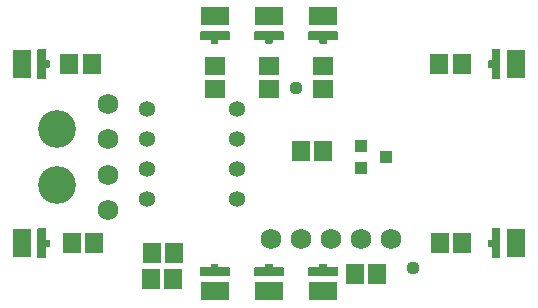
<source format=gts>
G04 EAGLE Gerber X2 export*
G75*
%MOMM*%
%FSLAX34Y34*%
%LPD*%
%AMOC8*
5,1,8,0,0,1.08239X$1,22.5*%
G01*
%ADD10R,1.103200X1.003200*%
%ADD11R,1.503200X1.703200*%
%ADD12R,1.703200X1.503200*%
%ADD13C,1.361200*%
%ADD14R,2.400000X1.600000*%
%ADD15C,3.203200*%
%ADD16C,1.733200*%
%ADD17R,1.600000X2.400000*%
%ADD18C,1.727200*%
%ADD19C,1.109600*%

G36*
X36565Y87377D02*
X36565Y87377D01*
X36631Y87379D01*
X36674Y87397D01*
X36721Y87405D01*
X36778Y87439D01*
X36838Y87464D01*
X36873Y87495D01*
X36914Y87520D01*
X36956Y87571D01*
X37004Y87615D01*
X37026Y87657D01*
X37055Y87694D01*
X37076Y87756D01*
X37107Y87815D01*
X37115Y87869D01*
X37127Y87906D01*
X37126Y87946D01*
X37134Y88000D01*
X37134Y96866D01*
X39500Y96866D01*
X39565Y96877D01*
X39631Y96879D01*
X39674Y96897D01*
X39721Y96905D01*
X39778Y96939D01*
X39838Y96964D01*
X39873Y96995D01*
X39914Y97020D01*
X39956Y97071D01*
X40004Y97115D01*
X40026Y97157D01*
X40055Y97194D01*
X40076Y97256D01*
X40107Y97315D01*
X40115Y97369D01*
X40127Y97406D01*
X40127Y97419D01*
X40127Y97420D01*
X40126Y97448D01*
X40134Y97500D01*
X40134Y102500D01*
X40123Y102565D01*
X40121Y102631D01*
X40103Y102674D01*
X40095Y102721D01*
X40061Y102778D01*
X40036Y102838D01*
X40005Y102873D01*
X39980Y102914D01*
X39929Y102956D01*
X39885Y103004D01*
X39843Y103026D01*
X39806Y103055D01*
X39744Y103076D01*
X39685Y103107D01*
X39631Y103115D01*
X39594Y103127D01*
X39554Y103126D01*
X39500Y103134D01*
X37134Y103134D01*
X37134Y112000D01*
X37123Y112065D01*
X37121Y112131D01*
X37103Y112174D01*
X37095Y112221D01*
X37061Y112278D01*
X37036Y112338D01*
X37005Y112373D01*
X36980Y112414D01*
X36929Y112456D01*
X36885Y112504D01*
X36843Y112526D01*
X36806Y112555D01*
X36744Y112576D01*
X36685Y112607D01*
X36631Y112615D01*
X36594Y112627D01*
X36554Y112626D01*
X36500Y112634D01*
X30500Y112634D01*
X30435Y112623D01*
X30369Y112621D01*
X30326Y112603D01*
X30279Y112595D01*
X30222Y112561D01*
X30162Y112536D01*
X30127Y112505D01*
X30086Y112480D01*
X30045Y112429D01*
X29996Y112385D01*
X29974Y112343D01*
X29945Y112306D01*
X29924Y112244D01*
X29893Y112185D01*
X29885Y112131D01*
X29873Y112094D01*
X29874Y112054D01*
X29866Y112000D01*
X29866Y88000D01*
X29877Y87935D01*
X29879Y87869D01*
X29897Y87826D01*
X29905Y87779D01*
X29939Y87722D01*
X29964Y87662D01*
X29995Y87627D01*
X30020Y87586D01*
X30071Y87545D01*
X30115Y87496D01*
X30157Y87474D01*
X30194Y87445D01*
X30256Y87424D01*
X30315Y87393D01*
X30369Y87385D01*
X30406Y87373D01*
X30446Y87374D01*
X30500Y87366D01*
X36500Y87366D01*
X36565Y87377D01*
G37*
G36*
X36565Y239127D02*
X36565Y239127D01*
X36631Y239129D01*
X36674Y239147D01*
X36721Y239155D01*
X36778Y239189D01*
X36838Y239214D01*
X36873Y239245D01*
X36914Y239270D01*
X36956Y239321D01*
X37004Y239365D01*
X37026Y239407D01*
X37055Y239444D01*
X37076Y239506D01*
X37107Y239565D01*
X37115Y239619D01*
X37127Y239656D01*
X37126Y239696D01*
X37134Y239750D01*
X37134Y248616D01*
X39500Y248616D01*
X39565Y248627D01*
X39631Y248629D01*
X39674Y248647D01*
X39721Y248655D01*
X39778Y248689D01*
X39838Y248714D01*
X39873Y248745D01*
X39914Y248770D01*
X39956Y248821D01*
X40004Y248865D01*
X40026Y248907D01*
X40055Y248944D01*
X40076Y249006D01*
X40107Y249065D01*
X40115Y249119D01*
X40127Y249156D01*
X40127Y249169D01*
X40127Y249170D01*
X40126Y249198D01*
X40134Y249250D01*
X40134Y254250D01*
X40123Y254315D01*
X40121Y254381D01*
X40103Y254424D01*
X40095Y254471D01*
X40061Y254528D01*
X40036Y254588D01*
X40005Y254623D01*
X39980Y254664D01*
X39929Y254706D01*
X39885Y254754D01*
X39843Y254776D01*
X39806Y254805D01*
X39744Y254826D01*
X39685Y254857D01*
X39631Y254865D01*
X39594Y254877D01*
X39554Y254876D01*
X39500Y254884D01*
X37134Y254884D01*
X37134Y263750D01*
X37123Y263815D01*
X37121Y263881D01*
X37103Y263924D01*
X37095Y263971D01*
X37061Y264028D01*
X37036Y264088D01*
X37005Y264123D01*
X36980Y264164D01*
X36929Y264206D01*
X36885Y264254D01*
X36843Y264276D01*
X36806Y264305D01*
X36744Y264326D01*
X36685Y264357D01*
X36631Y264365D01*
X36594Y264377D01*
X36554Y264376D01*
X36500Y264384D01*
X30500Y264384D01*
X30435Y264373D01*
X30369Y264371D01*
X30326Y264353D01*
X30279Y264345D01*
X30222Y264311D01*
X30162Y264286D01*
X30127Y264255D01*
X30086Y264230D01*
X30045Y264179D01*
X29996Y264135D01*
X29974Y264093D01*
X29945Y264056D01*
X29924Y263994D01*
X29893Y263935D01*
X29885Y263881D01*
X29873Y263844D01*
X29874Y263804D01*
X29866Y263750D01*
X29866Y239750D01*
X29877Y239685D01*
X29879Y239619D01*
X29897Y239576D01*
X29905Y239529D01*
X29939Y239472D01*
X29964Y239412D01*
X29995Y239377D01*
X30020Y239336D01*
X30071Y239295D01*
X30115Y239246D01*
X30157Y239224D01*
X30194Y239195D01*
X30256Y239174D01*
X30315Y239143D01*
X30369Y239135D01*
X30406Y239123D01*
X30446Y239124D01*
X30500Y239116D01*
X36500Y239116D01*
X36565Y239127D01*
G37*
G36*
X274315Y269127D02*
X274315Y269127D01*
X274381Y269129D01*
X274424Y269147D01*
X274471Y269155D01*
X274528Y269189D01*
X274588Y269214D01*
X274623Y269245D01*
X274664Y269270D01*
X274706Y269321D01*
X274754Y269365D01*
X274776Y269407D01*
X274805Y269444D01*
X274826Y269506D01*
X274857Y269565D01*
X274865Y269619D01*
X274877Y269656D01*
X274876Y269696D01*
X274884Y269750D01*
X274884Y272116D01*
X283750Y272116D01*
X283815Y272127D01*
X283881Y272129D01*
X283924Y272147D01*
X283971Y272155D01*
X284028Y272189D01*
X284088Y272214D01*
X284123Y272245D01*
X284164Y272270D01*
X284206Y272321D01*
X284254Y272365D01*
X284276Y272407D01*
X284305Y272444D01*
X284326Y272506D01*
X284357Y272565D01*
X284365Y272619D01*
X284377Y272656D01*
X284376Y272696D01*
X284384Y272750D01*
X284384Y278750D01*
X284373Y278815D01*
X284371Y278881D01*
X284353Y278924D01*
X284345Y278971D01*
X284311Y279028D01*
X284286Y279088D01*
X284255Y279123D01*
X284230Y279164D01*
X284179Y279206D01*
X284135Y279254D01*
X284093Y279276D01*
X284056Y279305D01*
X283994Y279326D01*
X283935Y279357D01*
X283881Y279365D01*
X283844Y279377D01*
X283804Y279376D01*
X283750Y279384D01*
X259750Y279384D01*
X259685Y279373D01*
X259619Y279371D01*
X259576Y279353D01*
X259529Y279345D01*
X259472Y279311D01*
X259412Y279286D01*
X259377Y279255D01*
X259336Y279230D01*
X259295Y279179D01*
X259246Y279135D01*
X259224Y279093D01*
X259195Y279056D01*
X259174Y278994D01*
X259143Y278935D01*
X259135Y278881D01*
X259123Y278844D01*
X259124Y278804D01*
X259116Y278750D01*
X259116Y272750D01*
X259127Y272685D01*
X259129Y272619D01*
X259147Y272576D01*
X259155Y272529D01*
X259189Y272472D01*
X259214Y272412D01*
X259245Y272377D01*
X259270Y272336D01*
X259321Y272295D01*
X259365Y272246D01*
X259407Y272224D01*
X259444Y272195D01*
X259506Y272174D01*
X259565Y272143D01*
X259619Y272135D01*
X259656Y272123D01*
X259696Y272124D01*
X259750Y272116D01*
X268616Y272116D01*
X268616Y269750D01*
X268627Y269685D01*
X268629Y269619D01*
X268647Y269576D01*
X268655Y269529D01*
X268689Y269472D01*
X268714Y269412D01*
X268745Y269377D01*
X268770Y269336D01*
X268821Y269295D01*
X268865Y269246D01*
X268907Y269224D01*
X268944Y269195D01*
X269006Y269174D01*
X269065Y269143D01*
X269119Y269135D01*
X269156Y269123D01*
X269196Y269124D01*
X269250Y269116D01*
X274250Y269116D01*
X274315Y269127D01*
G37*
G36*
X228440Y269127D02*
X228440Y269127D01*
X228506Y269129D01*
X228549Y269147D01*
X228596Y269155D01*
X228653Y269189D01*
X228713Y269214D01*
X228748Y269245D01*
X228789Y269270D01*
X228831Y269321D01*
X228879Y269365D01*
X228901Y269407D01*
X228930Y269444D01*
X228951Y269506D01*
X228982Y269565D01*
X228990Y269619D01*
X229002Y269656D01*
X229001Y269696D01*
X229009Y269750D01*
X229009Y272116D01*
X237875Y272116D01*
X237940Y272127D01*
X238006Y272129D01*
X238049Y272147D01*
X238096Y272155D01*
X238153Y272189D01*
X238213Y272214D01*
X238248Y272245D01*
X238289Y272270D01*
X238331Y272321D01*
X238379Y272365D01*
X238401Y272407D01*
X238430Y272444D01*
X238451Y272506D01*
X238482Y272565D01*
X238490Y272619D01*
X238502Y272656D01*
X238501Y272696D01*
X238509Y272750D01*
X238509Y278750D01*
X238498Y278815D01*
X238496Y278881D01*
X238478Y278924D01*
X238470Y278971D01*
X238436Y279028D01*
X238411Y279088D01*
X238380Y279123D01*
X238355Y279164D01*
X238304Y279206D01*
X238260Y279254D01*
X238218Y279276D01*
X238181Y279305D01*
X238119Y279326D01*
X238060Y279357D01*
X238006Y279365D01*
X237969Y279377D01*
X237929Y279376D01*
X237875Y279384D01*
X213875Y279384D01*
X213810Y279373D01*
X213744Y279371D01*
X213701Y279353D01*
X213654Y279345D01*
X213597Y279311D01*
X213537Y279286D01*
X213502Y279255D01*
X213461Y279230D01*
X213420Y279179D01*
X213371Y279135D01*
X213349Y279093D01*
X213320Y279056D01*
X213299Y278994D01*
X213268Y278935D01*
X213260Y278881D01*
X213248Y278844D01*
X213249Y278804D01*
X213241Y278750D01*
X213241Y272750D01*
X213252Y272685D01*
X213254Y272619D01*
X213272Y272576D01*
X213280Y272529D01*
X213314Y272472D01*
X213339Y272412D01*
X213370Y272377D01*
X213395Y272336D01*
X213446Y272295D01*
X213490Y272246D01*
X213532Y272224D01*
X213569Y272195D01*
X213631Y272174D01*
X213690Y272143D01*
X213744Y272135D01*
X213781Y272123D01*
X213821Y272124D01*
X213875Y272116D01*
X222741Y272116D01*
X222741Y269750D01*
X222752Y269685D01*
X222754Y269619D01*
X222772Y269576D01*
X222780Y269529D01*
X222814Y269472D01*
X222839Y269412D01*
X222870Y269377D01*
X222895Y269336D01*
X222946Y269295D01*
X222990Y269246D01*
X223032Y269224D01*
X223069Y269195D01*
X223131Y269174D01*
X223190Y269143D01*
X223244Y269135D01*
X223281Y269123D01*
X223321Y269124D01*
X223375Y269116D01*
X228375Y269116D01*
X228440Y269127D01*
G37*
G36*
X421315Y239127D02*
X421315Y239127D01*
X421381Y239129D01*
X421424Y239147D01*
X421471Y239155D01*
X421528Y239189D01*
X421588Y239214D01*
X421623Y239245D01*
X421664Y239270D01*
X421706Y239321D01*
X421754Y239365D01*
X421776Y239407D01*
X421805Y239444D01*
X421826Y239506D01*
X421857Y239565D01*
X421865Y239619D01*
X421877Y239656D01*
X421876Y239696D01*
X421884Y239750D01*
X421884Y263750D01*
X421873Y263815D01*
X421871Y263881D01*
X421853Y263924D01*
X421845Y263971D01*
X421811Y264028D01*
X421786Y264088D01*
X421755Y264123D01*
X421730Y264164D01*
X421679Y264206D01*
X421635Y264254D01*
X421593Y264276D01*
X421556Y264305D01*
X421494Y264326D01*
X421435Y264357D01*
X421381Y264365D01*
X421344Y264377D01*
X421304Y264376D01*
X421250Y264384D01*
X415250Y264384D01*
X415185Y264373D01*
X415119Y264371D01*
X415076Y264353D01*
X415029Y264345D01*
X414972Y264311D01*
X414912Y264286D01*
X414877Y264255D01*
X414836Y264230D01*
X414795Y264179D01*
X414746Y264135D01*
X414724Y264093D01*
X414695Y264056D01*
X414674Y263994D01*
X414643Y263935D01*
X414635Y263881D01*
X414623Y263844D01*
X414624Y263804D01*
X414616Y263750D01*
X414616Y254884D01*
X412250Y254884D01*
X412185Y254873D01*
X412119Y254871D01*
X412076Y254853D01*
X412029Y254845D01*
X411972Y254811D01*
X411912Y254786D01*
X411877Y254755D01*
X411836Y254730D01*
X411795Y254679D01*
X411746Y254635D01*
X411724Y254593D01*
X411695Y254556D01*
X411674Y254494D01*
X411643Y254435D01*
X411635Y254381D01*
X411623Y254344D01*
X411624Y254304D01*
X411616Y254250D01*
X411616Y249250D01*
X411627Y249185D01*
X411629Y249119D01*
X411647Y249076D01*
X411655Y249029D01*
X411689Y248972D01*
X411714Y248912D01*
X411745Y248877D01*
X411770Y248836D01*
X411821Y248795D01*
X411865Y248746D01*
X411907Y248724D01*
X411944Y248695D01*
X412006Y248674D01*
X412065Y248643D01*
X412119Y248635D01*
X412156Y248623D01*
X412196Y248624D01*
X412250Y248616D01*
X414616Y248616D01*
X414616Y239750D01*
X414627Y239685D01*
X414629Y239619D01*
X414647Y239576D01*
X414655Y239529D01*
X414689Y239472D01*
X414714Y239412D01*
X414745Y239377D01*
X414770Y239336D01*
X414821Y239295D01*
X414865Y239246D01*
X414907Y239224D01*
X414944Y239195D01*
X415006Y239174D01*
X415065Y239143D01*
X415119Y239135D01*
X415156Y239123D01*
X415196Y239124D01*
X415250Y239116D01*
X421250Y239116D01*
X421315Y239127D01*
G37*
G36*
X182565Y269127D02*
X182565Y269127D01*
X182631Y269129D01*
X182674Y269147D01*
X182721Y269155D01*
X182778Y269189D01*
X182838Y269214D01*
X182873Y269245D01*
X182914Y269270D01*
X182956Y269321D01*
X183004Y269365D01*
X183026Y269407D01*
X183055Y269444D01*
X183076Y269506D01*
X183107Y269565D01*
X183115Y269619D01*
X183127Y269656D01*
X183126Y269696D01*
X183134Y269750D01*
X183134Y272116D01*
X192000Y272116D01*
X192065Y272127D01*
X192131Y272129D01*
X192174Y272147D01*
X192221Y272155D01*
X192278Y272189D01*
X192338Y272214D01*
X192373Y272245D01*
X192414Y272270D01*
X192456Y272321D01*
X192504Y272365D01*
X192526Y272407D01*
X192555Y272444D01*
X192576Y272506D01*
X192607Y272565D01*
X192615Y272619D01*
X192627Y272656D01*
X192626Y272696D01*
X192634Y272750D01*
X192634Y278750D01*
X192623Y278815D01*
X192621Y278881D01*
X192603Y278924D01*
X192595Y278971D01*
X192561Y279028D01*
X192536Y279088D01*
X192505Y279123D01*
X192480Y279164D01*
X192429Y279206D01*
X192385Y279254D01*
X192343Y279276D01*
X192306Y279305D01*
X192244Y279326D01*
X192185Y279357D01*
X192131Y279365D01*
X192094Y279377D01*
X192054Y279376D01*
X192000Y279384D01*
X168000Y279384D01*
X167935Y279373D01*
X167869Y279371D01*
X167826Y279353D01*
X167779Y279345D01*
X167722Y279311D01*
X167662Y279286D01*
X167627Y279255D01*
X167586Y279230D01*
X167545Y279179D01*
X167496Y279135D01*
X167474Y279093D01*
X167445Y279056D01*
X167424Y278994D01*
X167393Y278935D01*
X167385Y278881D01*
X167373Y278844D01*
X167374Y278804D01*
X167366Y278750D01*
X167366Y272750D01*
X167377Y272685D01*
X167379Y272619D01*
X167397Y272576D01*
X167405Y272529D01*
X167439Y272472D01*
X167464Y272412D01*
X167495Y272377D01*
X167520Y272336D01*
X167571Y272295D01*
X167615Y272246D01*
X167657Y272224D01*
X167694Y272195D01*
X167756Y272174D01*
X167815Y272143D01*
X167869Y272135D01*
X167906Y272123D01*
X167946Y272124D01*
X168000Y272116D01*
X176866Y272116D01*
X176866Y269750D01*
X176877Y269685D01*
X176879Y269619D01*
X176897Y269576D01*
X176905Y269529D01*
X176939Y269472D01*
X176964Y269412D01*
X176995Y269377D01*
X177020Y269336D01*
X177071Y269295D01*
X177115Y269246D01*
X177157Y269224D01*
X177194Y269195D01*
X177256Y269174D01*
X177315Y269143D01*
X177369Y269135D01*
X177406Y269123D01*
X177446Y269124D01*
X177500Y269116D01*
X182500Y269116D01*
X182565Y269127D01*
G37*
G36*
X421315Y87377D02*
X421315Y87377D01*
X421381Y87379D01*
X421424Y87397D01*
X421471Y87405D01*
X421528Y87439D01*
X421588Y87464D01*
X421623Y87495D01*
X421664Y87520D01*
X421706Y87571D01*
X421754Y87615D01*
X421776Y87657D01*
X421805Y87694D01*
X421826Y87756D01*
X421857Y87815D01*
X421865Y87869D01*
X421877Y87906D01*
X421876Y87946D01*
X421884Y88000D01*
X421884Y112000D01*
X421873Y112065D01*
X421871Y112131D01*
X421853Y112174D01*
X421845Y112221D01*
X421811Y112278D01*
X421786Y112338D01*
X421755Y112373D01*
X421730Y112414D01*
X421679Y112456D01*
X421635Y112504D01*
X421593Y112526D01*
X421556Y112555D01*
X421494Y112576D01*
X421435Y112607D01*
X421381Y112615D01*
X421344Y112627D01*
X421304Y112626D01*
X421250Y112634D01*
X415250Y112634D01*
X415185Y112623D01*
X415119Y112621D01*
X415076Y112603D01*
X415029Y112595D01*
X414972Y112561D01*
X414912Y112536D01*
X414877Y112505D01*
X414836Y112480D01*
X414795Y112429D01*
X414746Y112385D01*
X414724Y112343D01*
X414695Y112306D01*
X414674Y112244D01*
X414643Y112185D01*
X414635Y112131D01*
X414623Y112094D01*
X414624Y112054D01*
X414616Y112000D01*
X414616Y103134D01*
X412250Y103134D01*
X412185Y103123D01*
X412119Y103121D01*
X412076Y103103D01*
X412029Y103095D01*
X411972Y103061D01*
X411912Y103036D01*
X411877Y103005D01*
X411836Y102980D01*
X411795Y102929D01*
X411746Y102885D01*
X411724Y102843D01*
X411695Y102806D01*
X411674Y102744D01*
X411643Y102685D01*
X411635Y102631D01*
X411623Y102594D01*
X411624Y102554D01*
X411616Y102500D01*
X411616Y97500D01*
X411627Y97435D01*
X411629Y97369D01*
X411647Y97326D01*
X411655Y97279D01*
X411689Y97222D01*
X411714Y97162D01*
X411745Y97127D01*
X411770Y97086D01*
X411821Y97045D01*
X411865Y96996D01*
X411907Y96974D01*
X411944Y96945D01*
X412006Y96924D01*
X412065Y96893D01*
X412119Y96885D01*
X412156Y96873D01*
X412196Y96874D01*
X412250Y96866D01*
X414616Y96866D01*
X414616Y88000D01*
X414627Y87935D01*
X414629Y87869D01*
X414647Y87826D01*
X414655Y87779D01*
X414689Y87722D01*
X414714Y87662D01*
X414745Y87627D01*
X414770Y87586D01*
X414821Y87545D01*
X414865Y87496D01*
X414907Y87474D01*
X414944Y87445D01*
X415006Y87424D01*
X415065Y87393D01*
X415119Y87385D01*
X415156Y87373D01*
X415196Y87374D01*
X415250Y87366D01*
X421250Y87366D01*
X421315Y87377D01*
G37*
G36*
X192065Y72377D02*
X192065Y72377D01*
X192131Y72379D01*
X192174Y72397D01*
X192221Y72405D01*
X192278Y72439D01*
X192338Y72464D01*
X192373Y72495D01*
X192414Y72520D01*
X192456Y72571D01*
X192504Y72615D01*
X192526Y72657D01*
X192555Y72694D01*
X192576Y72756D01*
X192607Y72815D01*
X192615Y72869D01*
X192627Y72906D01*
X192626Y72946D01*
X192634Y73000D01*
X192634Y79000D01*
X192623Y79065D01*
X192621Y79131D01*
X192603Y79174D01*
X192595Y79221D01*
X192561Y79278D01*
X192536Y79338D01*
X192505Y79373D01*
X192480Y79414D01*
X192429Y79456D01*
X192385Y79504D01*
X192343Y79526D01*
X192306Y79555D01*
X192244Y79576D01*
X192185Y79607D01*
X192131Y79615D01*
X192094Y79627D01*
X192054Y79626D01*
X192000Y79634D01*
X183134Y79634D01*
X183134Y82000D01*
X183123Y82065D01*
X183121Y82131D01*
X183103Y82174D01*
X183095Y82221D01*
X183061Y82278D01*
X183036Y82338D01*
X183005Y82373D01*
X182980Y82414D01*
X182929Y82456D01*
X182885Y82504D01*
X182843Y82526D01*
X182806Y82555D01*
X182744Y82576D01*
X182685Y82607D01*
X182631Y82615D01*
X182594Y82627D01*
X182554Y82626D01*
X182500Y82634D01*
X177500Y82634D01*
X177435Y82623D01*
X177369Y82621D01*
X177326Y82603D01*
X177279Y82595D01*
X177222Y82561D01*
X177162Y82536D01*
X177127Y82505D01*
X177086Y82480D01*
X177045Y82429D01*
X176996Y82385D01*
X176974Y82343D01*
X176945Y82306D01*
X176924Y82244D01*
X176893Y82185D01*
X176885Y82131D01*
X176873Y82094D01*
X176874Y82054D01*
X176866Y82000D01*
X176866Y79634D01*
X168000Y79634D01*
X167935Y79623D01*
X167869Y79621D01*
X167826Y79603D01*
X167779Y79595D01*
X167722Y79561D01*
X167662Y79536D01*
X167627Y79505D01*
X167586Y79480D01*
X167545Y79429D01*
X167496Y79385D01*
X167474Y79343D01*
X167445Y79306D01*
X167424Y79244D01*
X167393Y79185D01*
X167385Y79131D01*
X167373Y79094D01*
X167374Y79054D01*
X167366Y79000D01*
X167366Y73000D01*
X167377Y72935D01*
X167379Y72869D01*
X167397Y72826D01*
X167405Y72779D01*
X167439Y72722D01*
X167464Y72662D01*
X167495Y72627D01*
X167520Y72586D01*
X167571Y72545D01*
X167615Y72496D01*
X167657Y72474D01*
X167694Y72445D01*
X167756Y72424D01*
X167815Y72393D01*
X167869Y72385D01*
X167906Y72373D01*
X167946Y72374D01*
X168000Y72366D01*
X192000Y72366D01*
X192065Y72377D01*
G37*
G36*
X283815Y72377D02*
X283815Y72377D01*
X283881Y72379D01*
X283924Y72397D01*
X283971Y72405D01*
X284028Y72439D01*
X284088Y72464D01*
X284123Y72495D01*
X284164Y72520D01*
X284206Y72571D01*
X284254Y72615D01*
X284276Y72657D01*
X284305Y72694D01*
X284326Y72756D01*
X284357Y72815D01*
X284365Y72869D01*
X284377Y72906D01*
X284376Y72946D01*
X284384Y73000D01*
X284384Y79000D01*
X284373Y79065D01*
X284371Y79131D01*
X284353Y79174D01*
X284345Y79221D01*
X284311Y79278D01*
X284286Y79338D01*
X284255Y79373D01*
X284230Y79414D01*
X284179Y79456D01*
X284135Y79504D01*
X284093Y79526D01*
X284056Y79555D01*
X283994Y79576D01*
X283935Y79607D01*
X283881Y79615D01*
X283844Y79627D01*
X283804Y79626D01*
X283750Y79634D01*
X274884Y79634D01*
X274884Y82000D01*
X274873Y82065D01*
X274871Y82131D01*
X274853Y82174D01*
X274845Y82221D01*
X274811Y82278D01*
X274786Y82338D01*
X274755Y82373D01*
X274730Y82414D01*
X274679Y82456D01*
X274635Y82504D01*
X274593Y82526D01*
X274556Y82555D01*
X274494Y82576D01*
X274435Y82607D01*
X274381Y82615D01*
X274344Y82627D01*
X274304Y82626D01*
X274250Y82634D01*
X269250Y82634D01*
X269185Y82623D01*
X269119Y82621D01*
X269076Y82603D01*
X269029Y82595D01*
X268972Y82561D01*
X268912Y82536D01*
X268877Y82505D01*
X268836Y82480D01*
X268795Y82429D01*
X268746Y82385D01*
X268724Y82343D01*
X268695Y82306D01*
X268674Y82244D01*
X268643Y82185D01*
X268635Y82131D01*
X268623Y82094D01*
X268624Y82054D01*
X268616Y82000D01*
X268616Y79634D01*
X259750Y79634D01*
X259685Y79623D01*
X259619Y79621D01*
X259576Y79603D01*
X259529Y79595D01*
X259472Y79561D01*
X259412Y79536D01*
X259377Y79505D01*
X259336Y79480D01*
X259295Y79429D01*
X259246Y79385D01*
X259224Y79343D01*
X259195Y79306D01*
X259174Y79244D01*
X259143Y79185D01*
X259135Y79131D01*
X259123Y79094D01*
X259124Y79054D01*
X259116Y79000D01*
X259116Y73000D01*
X259127Y72935D01*
X259129Y72869D01*
X259147Y72826D01*
X259155Y72779D01*
X259189Y72722D01*
X259214Y72662D01*
X259245Y72627D01*
X259270Y72586D01*
X259321Y72545D01*
X259365Y72496D01*
X259407Y72474D01*
X259444Y72445D01*
X259506Y72424D01*
X259565Y72393D01*
X259619Y72385D01*
X259656Y72373D01*
X259696Y72374D01*
X259750Y72366D01*
X283750Y72366D01*
X283815Y72377D01*
G37*
G36*
X237940Y72377D02*
X237940Y72377D01*
X238006Y72379D01*
X238049Y72397D01*
X238096Y72405D01*
X238153Y72439D01*
X238213Y72464D01*
X238248Y72495D01*
X238289Y72520D01*
X238331Y72571D01*
X238379Y72615D01*
X238401Y72657D01*
X238430Y72694D01*
X238451Y72756D01*
X238482Y72815D01*
X238490Y72869D01*
X238502Y72906D01*
X238501Y72946D01*
X238509Y73000D01*
X238509Y79000D01*
X238498Y79065D01*
X238496Y79131D01*
X238478Y79174D01*
X238470Y79221D01*
X238436Y79278D01*
X238411Y79338D01*
X238380Y79373D01*
X238355Y79414D01*
X238304Y79456D01*
X238260Y79504D01*
X238218Y79526D01*
X238181Y79555D01*
X238119Y79576D01*
X238060Y79607D01*
X238006Y79615D01*
X237969Y79627D01*
X237929Y79626D01*
X237875Y79634D01*
X229009Y79634D01*
X229009Y82000D01*
X228998Y82065D01*
X228996Y82131D01*
X228978Y82174D01*
X228970Y82221D01*
X228936Y82278D01*
X228911Y82338D01*
X228880Y82373D01*
X228855Y82414D01*
X228804Y82456D01*
X228760Y82504D01*
X228718Y82526D01*
X228681Y82555D01*
X228619Y82576D01*
X228560Y82607D01*
X228506Y82615D01*
X228469Y82627D01*
X228429Y82626D01*
X228375Y82634D01*
X223375Y82634D01*
X223310Y82623D01*
X223244Y82621D01*
X223201Y82603D01*
X223154Y82595D01*
X223097Y82561D01*
X223037Y82536D01*
X223002Y82505D01*
X222961Y82480D01*
X222920Y82429D01*
X222871Y82385D01*
X222849Y82343D01*
X222820Y82306D01*
X222799Y82244D01*
X222768Y82185D01*
X222760Y82131D01*
X222748Y82094D01*
X222749Y82054D01*
X222741Y82000D01*
X222741Y79634D01*
X213875Y79634D01*
X213810Y79623D01*
X213744Y79621D01*
X213701Y79603D01*
X213654Y79595D01*
X213597Y79561D01*
X213537Y79536D01*
X213502Y79505D01*
X213461Y79480D01*
X213420Y79429D01*
X213371Y79385D01*
X213349Y79343D01*
X213320Y79306D01*
X213299Y79244D01*
X213268Y79185D01*
X213260Y79131D01*
X213248Y79094D01*
X213249Y79054D01*
X213241Y79000D01*
X213241Y73000D01*
X213252Y72935D01*
X213254Y72869D01*
X213272Y72826D01*
X213280Y72779D01*
X213314Y72722D01*
X213339Y72662D01*
X213370Y72627D01*
X213395Y72586D01*
X213446Y72545D01*
X213490Y72496D01*
X213532Y72474D01*
X213569Y72445D01*
X213631Y72424D01*
X213690Y72393D01*
X213744Y72385D01*
X213781Y72373D01*
X213821Y72374D01*
X213875Y72366D01*
X237875Y72366D01*
X237940Y72377D01*
G37*
D10*
X303700Y182700D03*
X303700Y163700D03*
X324700Y173200D03*
D11*
X144900Y69760D03*
X125900Y69760D03*
X56900Y251750D03*
X75900Y251750D03*
X271600Y178300D03*
X252600Y178300D03*
X389700Y100000D03*
X370700Y100000D03*
X298500Y73700D03*
X317500Y73700D03*
X145480Y91720D03*
X126480Y91720D03*
D12*
X180000Y249840D03*
X180000Y230840D03*
X225875Y249840D03*
X225875Y230840D03*
X271750Y249840D03*
X271750Y230840D03*
D11*
X58900Y100000D03*
X77900Y100000D03*
X389100Y251750D03*
X370100Y251750D03*
D13*
X198900Y213700D03*
X198900Y188300D03*
X198900Y162900D03*
X198900Y137500D03*
X122700Y137500D03*
X122700Y162900D03*
X122700Y188300D03*
X122700Y213700D03*
D14*
X225875Y59500D03*
X271750Y292250D03*
D15*
X46500Y196500D03*
X46500Y149500D03*
D16*
X89700Y218000D03*
X89700Y188000D03*
X89700Y158000D03*
X89700Y128000D03*
D14*
X225875Y292250D03*
X180000Y292250D03*
D17*
X434750Y251750D03*
X17000Y100000D03*
X17000Y251750D03*
X434750Y100000D03*
D14*
X271750Y59500D03*
X180000Y59500D03*
D18*
X227550Y103700D03*
X252950Y103700D03*
X278350Y103700D03*
X303750Y103700D03*
X329150Y103700D03*
D19*
X248920Y231140D03*
X347980Y78740D03*
M02*

</source>
